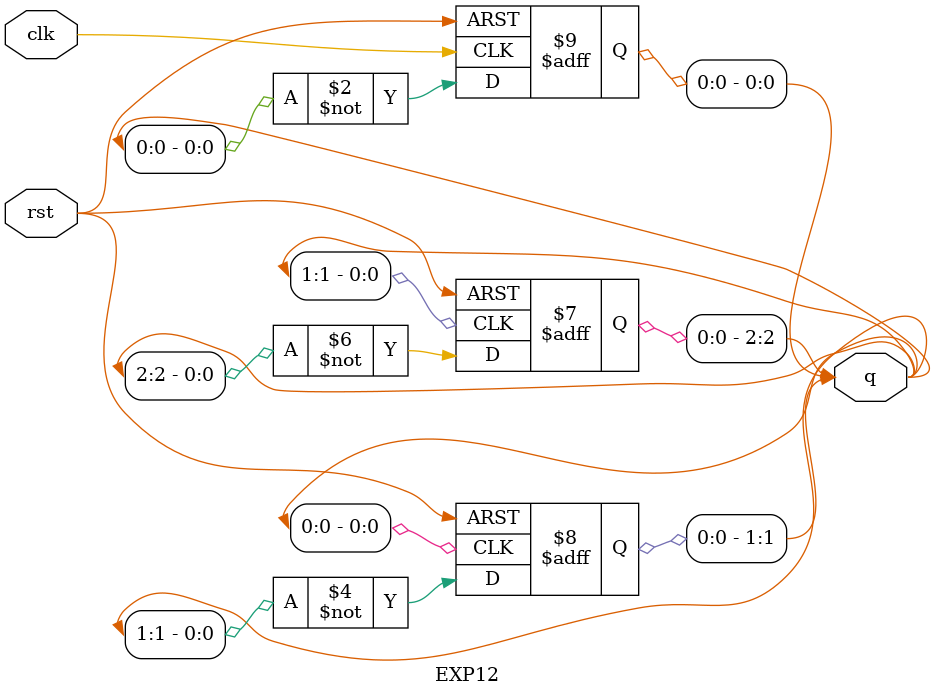
<source format=v>
module EXP12 (
    input  wire clk,      // external clock
    input  wire rst,      // asynchronous reset
    output reg  [2:0] q   // counter output
);

always @(posedge clk or posedge rst)
begin
    if (rst)
        q[0] <= 1'b0;
    else
        q[0] <= ~q[0];     // LSB toggles on every clock
end

always @(posedge q[0] or posedge rst)
begin
    if (rst)
        q[1] <= 1'b0;
    else
        q[1] <= ~q[1];     // toggles on q[0]
end

always @(posedge q[1] or posedge rst)
begin
    if (rst)
        q[2] <= 1'b0;
    else
        q[2] <= ~q[2];     // toggles on q[1]
end

endmodule
</source>
